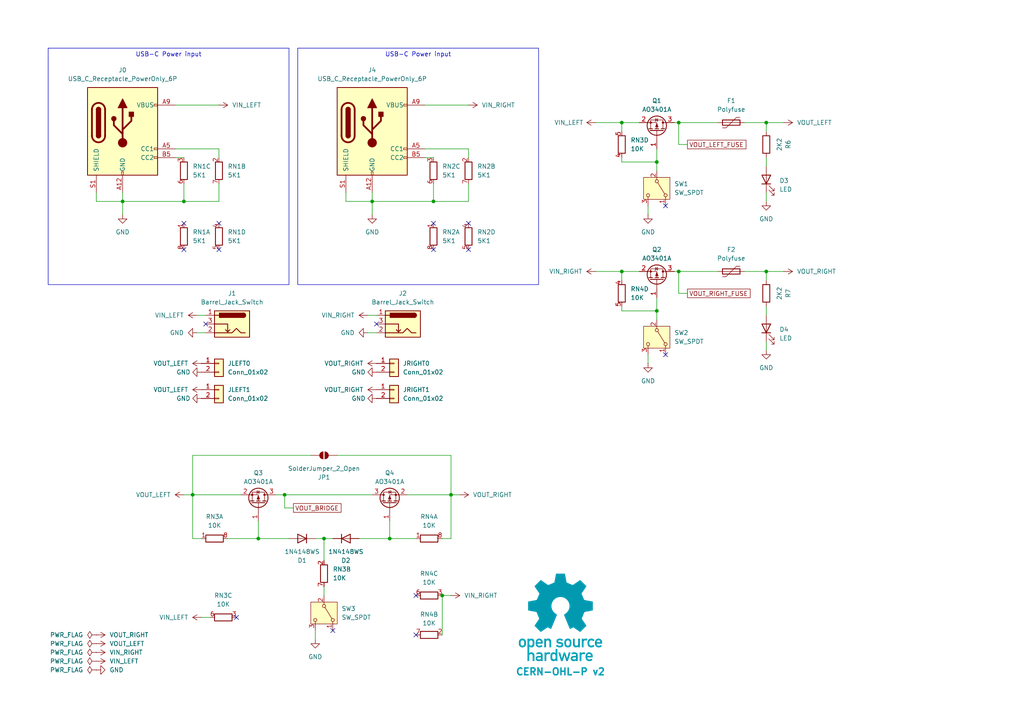
<source format=kicad_sch>
(kicad_sch (version 20231120) (generator "eeschema") (generator_version "8.0")
  (paper "A4")
  (lib_symbols
    (symbol "Connector:Barrel_Jack_Switch" (pin_names hide)
      (property "Reference" "J" (at 0 5.334 0))
      (property "Value" "Barrel_Jack_Switch" (at 0 -5.08 0))
      (symbol "Barrel_Jack_Switch_0_1"
        (rectangle (start -5.08 3.81) (end 5.08 -3.81) (stroke (width 0.254)) (fill (type background)))
        (arc (start -3.302 3.175) (mid -3.9343 2.54) (end -3.302 1.905) (stroke (width 0.254)))
        (arc (start -3.302 3.175) (mid -3.9343 2.54) (end -3.302 1.905) (stroke (width 0.254)) (fill (type outline)))
        (polyline (pts (xy 1.27 -2.286) (xy 1.905 -1.651)) (stroke (width 0.254)))
        (polyline (pts (xy 5.08 2.54) (xy 3.81 2.54)) (stroke (width 0.254)))
        (polyline (pts (xy 5.08 0) (xy 1.27 0) (xy 1.27 -2.286) (xy 0.635 -1.651)) (stroke (width 0.254)))
        (polyline (pts (xy -3.81 -2.54) (xy -2.54 -2.54) (xy -1.27 -1.27) (xy 0 -2.54) (xy 2.54 -2.54) (xy 5.08 -2.54)) (stroke (width 0.254)))
        (rectangle (start 3.683 3.175) (end -3.302 1.905) (stroke (width 0.254)) (fill (type outline)))
      )
      (symbol "Barrel_Jack_Switch_1_1"
        (pin passive line (at 7.62 2.54 180) (length 2.54) (name "~") (number "1"))
        (pin passive line (at 7.62 -2.54 180) (length 2.54) (name "~") (number "2"))
        (pin passive line (at 7.62 0 180) (length 2.54) (name "~") (number "3"))
      )
    )
    (symbol "Connector:USB_C_Receptacle_PowerOnly_6P" (pin_names (offset 1.016))
      (property "Reference" "J" (at 0 16.51 0))
      (property "Value" "USB_C_Receptacle_PowerOnly_6P" (at 0 13.97 0))
      (symbol "USB_C_Receptacle_PowerOnly_6P_0_0"
        (rectangle (start -0.254 -12.7) (end 0.254 -11.684))
        (rectangle (start 10.16 -7.366) (end 9.144 -7.874))
        (rectangle (start 10.16 -4.826) (end 9.144 -5.334))
        (rectangle (start 10.16 7.874) (end 9.144 7.366))
      )
      (symbol "USB_C_Receptacle_PowerOnly_6P_0_1"
        (rectangle (start -10.16 12.7) (end 10.16 -12.7) (stroke (width 0.254)) (fill (type background)))
        (arc (start -8.89 -1.27) (mid -6.985 -3.1667) (end -5.08 -1.27) (stroke (width 0.508)))
        (arc (start -7.62 -1.27) (mid -6.985 -1.9023) (end -6.35 -1.27) (stroke (width 0.254)))
        (arc (start -7.62 -1.27) (mid -6.985 -1.9023) (end -6.35 -1.27) (stroke (width 0.254)) (fill (type outline)))
        (rectangle (start -7.62 -1.27) (end -6.35 6.35) (stroke (width 0.254)) (fill (type outline)))
        (arc (start -6.35 6.35) (mid -6.985 6.9823) (end -7.62 6.35) (stroke (width 0.254)))
        (arc (start -6.35 6.35) (mid -6.985 6.9823) (end -7.62 6.35) (stroke (width 0.254)) (fill (type outline)))
        (arc (start -5.08 6.35) (mid -6.985 8.2467) (end -8.89 6.35) (stroke (width 0.508)))
        (circle (center -2.54 3.683) (radius 0.635) (stroke (width 0.254)) (fill (type outline)))
        (circle (center 0 -3.302) (radius 1.27) (fill (type outline)))
        (polyline (pts (xy -8.89 -1.27) (xy -8.89 6.35)) (stroke (width 0.508)))
        (polyline (pts (xy -5.08 6.35) (xy -5.08 -1.27)) (stroke (width 0.508)))
        (polyline (pts (xy 0 -3.302) (xy 0 6.858)) (stroke (width 0.508)))
        (polyline (pts (xy 0 -0.762) (xy -2.54 1.778) (xy -2.54 3.048)) (stroke (width 0.508)))
        (polyline (pts (xy 0 0.508) (xy 2.54 3.048) (xy 2.54 4.318)) (stroke (width 0.508)))
        (polyline (pts (xy -1.27 6.858) (xy 0 9.398) (xy 1.27 6.858) (xy -1.27 6.858)) (stroke (width 0.254)) (fill (type outline)))
        (rectangle (start 1.905 4.318) (end 3.175 5.588) (stroke (width 0.254)) (fill (type outline)))
      )
      (symbol "USB_C_Receptacle_PowerOnly_6P_1_1"
        (pin passive line (at 0 -17.78 90) (length 5.08) (name "GND") (number "A12"))
        (pin bidirectional line (at 15.24 -5.08 180) (length 5.08) (name "CC1") (number "A5"))
        (pin passive line (at 15.24 7.62 180) (length 5.08) (name "VBUS") (number "A9"))
        (pin passive line (at 0 -17.78 90) (length 5.08) hide (name "GND") (number "B12"))
        (pin bidirectional line (at 15.24 -7.62 180) (length 5.08) (name "CC2") (number "B5"))
        (pin passive line (at 15.24 7.62 180) (length 5.08) hide (name "VBUS") (number "B9"))
        (pin passive line (at -7.62 -17.78 90) (length 5.08) (name "SHIELD") (number "S1"))
      )
    )
    (symbol "Connector_Generic:Conn_01x02" (pin_names (offset 1.016) hide)
      (property "Reference" "J" (at 0 2.54 0))
      (property "Value" "Conn_01x02" (at 0 -5.08 0))
      (symbol "Conn_01x02_1_1"
        (rectangle (start -1.27 -2.413) (end 0 -2.667) (stroke (width 0.1524)))
        (rectangle (start -1.27 0.127) (end 0 -0.127) (stroke (width 0.1524)))
        (rectangle (start -1.27 1.27) (end 1.27 -3.81) (stroke (width 0.254)) (fill (type background)))
        (pin passive line (at -5.08 0 0) (length 3.81) (name "Pin_1") (number "1"))
        (pin passive line (at -5.08 -2.54 0) (length 3.81) (name "Pin_2") (number "2"))
      )
    )
    (symbol "Device:LED" (pin_numbers hide) (pin_names (offset 1.016) hide)
      (property "Reference" "D" (at 0 2.54 0))
      (property "Value" "LED" (at 0 -2.54 0))
      (symbol "LED_0_1"
        (polyline (pts (xy -1.27 -1.27) (xy -1.27 1.27)) (stroke (width 0.254)))
        (polyline (pts (xy -1.27 0) (xy 1.27 0)))
        (polyline (pts (xy 1.27 -1.27) (xy 1.27 1.27) (xy -1.27 0) (xy 1.27 -1.27)) (stroke (width 0.254)))
        (polyline (pts (xy -3.048 -0.762) (xy -4.572 -2.286) (xy -3.81 -2.286) (xy -4.572 -2.286) (xy -4.572 -1.524)))
        (polyline (pts (xy -1.778 -0.762) (xy -3.302 -2.286) (xy -2.54 -2.286) (xy -3.302 -2.286) (xy -3.302 -1.524)))
      )
      (symbol "LED_1_1"
        (pin passive line (at -3.81 0 0) (length 2.54) (name "K") (number "1"))
        (pin passive line (at 3.81 0 180) (length 2.54) (name "A") (number "2"))
      )
    )
    (symbol "Device:Polyfuse" (pin_numbers hide) (pin_names (offset 0))
      (property "Reference" "F" (at -2.54 0 90))
      (property "Value" "Polyfuse" (at 2.54 0 90))
      (symbol "Polyfuse_0_1"
        (rectangle (start -0.762 2.54) (end 0.762 -2.54) (stroke (width 0.254)))
        (polyline (pts (xy 0 2.54) (xy 0 -2.54)))
        (polyline (pts (xy -1.524 2.54) (xy -1.524 1.524) (xy 1.524 -1.524) (xy 1.524 -2.54)))
      )
      (symbol "Polyfuse_1_1"
        (pin passive line (at 0 3.81 270) (length 1.27) (name "~") (number "1"))
        (pin passive line (at 0 -3.81 90) (length 1.27) (name "~") (number "2"))
      )
    )
    (symbol "Device:R" (pin_numbers hide) (pin_names (offset 0))
      (property "Reference" "R" (at 2.032 0 90))
      (property "Value" "R" (at 0 0 90))
      (symbol "R_0_1"
        (rectangle (start -1.016 -2.54) (end 1.016 2.54) (stroke (width 0.254)))
      )
      (symbol "R_1_1"
        (pin passive line (at 0 3.81 270) (length 1.27) (name "~") (number "1"))
        (pin passive line (at 0 -3.81 90) (length 1.27) (name "~") (number "2"))
      )
    )
    (symbol "Device:R_Pack04_Split" (pin_names (offset 0) hide)
      (property "Reference" "RN" (at 2.032 0 90))
      (property "Value" "R_Pack04_Split" (at 0 0 90))
      (symbol "R_Pack04_Split_0_1"
        (rectangle (start 1.016 2.54) (end -1.016 -2.54) (stroke (width 0.254)))
      )
      (symbol "R_Pack04_Split_1_1"
        (pin passive line (at 0 -3.81 90) (length 1.27) (name "R1.1") (number "1"))
        (pin passive line (at 0 3.81 270) (length 1.27) (name "R1.2") (number "8"))
      )
      (symbol "R_Pack04_Split_2_1"
        (pin passive line (at 0 -3.81 90) (length 1.27) (name "R2.1") (number "2"))
        (pin passive line (at 0 3.81 270) (length 1.27) (name "R2.2") (number "7"))
      )
      (symbol "R_Pack04_Split_3_1"
        (pin passive line (at 0 -3.81 90) (length 1.27) (name "R3.1") (number "3"))
        (pin passive line (at 0 3.81 270) (length 1.27) (name "R3.2") (number "6"))
      )
      (symbol "R_Pack04_Split_4_1"
        (pin passive line (at 0 -3.81 90) (length 1.27) (name "R4.1") (number "4"))
        (pin passive line (at 0 3.81 270) (length 1.27) (name "R4.2") (number "5"))
      )
    )
    (symbol "Diode:1N4148WS" (pin_numbers hide) (pin_names hide)
      (property "Reference" "D" (at 0 2.54 0))
      (property "Value" "1N4148WS" (at 0 -2.54 0))
      (symbol "1N4148WS_0_1"
        (polyline (pts (xy -1.27 1.27) (xy -1.27 -1.27)) (stroke (width 0.254)))
        (polyline (pts (xy 1.27 0) (xy -1.27 0)))
        (polyline (pts (xy 1.27 1.27) (xy 1.27 -1.27) (xy -1.27 0) (xy 1.27 1.27)) (stroke (width 0.254)))
      )
      (symbol "1N4148WS_1_1"
        (pin passive line (at -3.81 0 0) (length 2.54) (name "K") (number "1"))
        (pin passive line (at 3.81 0 180) (length 2.54) (name "A") (number "2"))
      )
    )
    (symbol "Jumper:SolderJumper_2_Open" (pin_numbers hide) (pin_names (offset 0) hide) (exclude_from_sim yes) (in_bom no)
      (property "Reference" "JP" (at 0 2.032 0))
      (property "Value" "SolderJumper_2_Open" (at 0 -2.54 0))
      (symbol "SolderJumper_2_Open_0_1"
        (arc (start -0.254 1.016) (mid -1.2656 0) (end -0.254 -1.016))
        (arc (start -0.254 1.016) (mid -1.2656 0) (end -0.254 -1.016) (fill (type outline)))
        (polyline (pts (xy -0.254 1.016) (xy -0.254 -1.016)))
        (polyline (pts (xy 0.254 1.016) (xy 0.254 -1.016)))
        (arc (start 0.254 -1.016) (mid 1.2656 0) (end 0.254 1.016))
        (arc (start 0.254 -1.016) (mid 1.2656 0) (end 0.254 1.016) (fill (type outline)))
      )
      (symbol "SolderJumper_2_Open_1_1"
        (pin passive line (at -3.81 0 0) (length 2.54) (name "A") (number "1"))
        (pin passive line (at 3.81 0 180) (length 2.54) (name "B") (number "2"))
      )
    )
    (symbol "Switch:SW_SPDT" (pin_names (offset 0) hide)
      (property "Reference" "SW" (at 0 5.08 0))
      (property "Value" "SW_SPDT" (at 0 -5.08 0))
      (symbol "SW_SPDT_0_1"
        (circle (center -2.032 0) (radius 0.4572))
        (polyline (pts (xy -1.651 0.254) (xy 1.651 2.286)))
        (circle (center 2.032 -2.54) (radius 0.4572))
        (circle (center 2.032 2.54) (radius 0.4572))
      )
      (symbol "SW_SPDT_1_1"
        (rectangle (start -3.175 3.81) (end 3.175 -3.81) (fill (type background)))
        (pin passive line (at 5.08 2.54 180) (length 2.54) (name "A") (number "1"))
        (pin passive line (at -5.08 0 0) (length 2.54) (name "B") (number "2"))
        (pin passive line (at 5.08 -2.54 180) (length 2.54) (name "C") (number "3"))
      )
    )
    (symbol "Transistor_FET:AO3401A" (pin_names hide)
      (property "Reference" "Q" (at 5.08 1.905 0))
      (property "Value" "AO3401A" (at 5.08 0 0))
      (symbol "AO3401A_0_1"
        (polyline (pts (xy 0.254 0) (xy -2.54 0)))
        (polyline (pts (xy 0.254 1.905) (xy 0.254 -1.905)) (stroke (width 0.254)))
        (polyline (pts (xy 0.762 -1.27) (xy 0.762 -2.286)) (stroke (width 0.254)))
        (polyline (pts (xy 0.762 0.508) (xy 0.762 -0.508)) (stroke (width 0.254)))
        (polyline (pts (xy 0.762 2.286) (xy 0.762 1.27)) (stroke (width 0.254)))
        (polyline (pts (xy 2.54 2.54) (xy 2.54 1.778)))
        (polyline (pts (xy 2.54 -2.54) (xy 2.54 0) (xy 0.762 0)))
        (polyline (pts (xy 0.762 1.778) (xy 3.302 1.778) (xy 3.302 -1.778) (xy 0.762 -1.778)))
        (polyline (pts (xy 2.286 0) (xy 1.27 0.381) (xy 1.27 -0.381) (xy 2.286 0)) (fill (type outline)))
        (polyline (pts (xy 2.794 -0.508) (xy 2.921 -0.381) (xy 3.683 -0.381) (xy 3.81 -0.254)))
        (polyline (pts (xy 3.302 -0.381) (xy 2.921 0.254) (xy 3.683 0.254) (xy 3.302 -0.381)))
        (circle (center 1.651 0) (radius 2.794) (stroke (width 0.254)))
        (circle (center 2.54 -1.778) (radius 0.254) (fill (type outline)))
        (circle (center 2.54 1.778) (radius 0.254) (fill (type outline)))
      )
      (symbol "AO3401A_1_1"
        (pin input line (at -5.08 0 0) (length 2.54) (name "G") (number "1"))
        (pin passive line (at 2.54 -5.08 90) (length 2.54) (name "S") (number "2"))
        (pin passive line (at 2.54 5.08 270) (length 2.54) (name "D") (number "3"))
      )
    )
    (symbol "power:GND" (power) (pin_numbers hide) (pin_names (offset 0) hide)
      (property "Value" "GND" (at 0 -3.81 0))
      (symbol "GND_0_1"
        (polyline (pts (xy 0 0) (xy 0 -1.27) (xy 1.27 -1.27) (xy 0 -2.54) (xy -1.27 -1.27) (xy 0 -1.27)))
      )
      (symbol "GND_1_1"
        (pin power_in line (at 0 0 270) (length 0) (name "~") (number "1"))
      )
    )
    (symbol "power:PWR_FLAG" (power) (pin_numbers hide) (pin_names (offset 0) hide)
      (property "Value" "PWR_FLAG" (at 0 3.81 0))
      (symbol "PWR_FLAG_0_0"
        (pin power_out line (at 0 0 90) (length 0) (name "~") (number "1"))
      )
      (symbol "PWR_FLAG_0_1"
        (polyline (pts (xy 0 0) (xy 0 1.27) (xy -1.016 1.905) (xy 0 2.54) (xy 1.016 1.905) (xy 0 1.27)))
      )
    )
    (symbol "power:VCC" (power) (pin_numbers hide) (pin_names (offset 0) hide)
      (property "Value" "VCC" (at 0 3.556 0))
      (symbol "VCC_0_1"
        (polyline (pts (xy -0.762 1.27) (xy 0 2.54)))
        (polyline (pts (xy 0 0) (xy 0 2.54)))
        (polyline (pts (xy 0 2.54) (xy 0.762 1.27)))
      )
      (symbol "VCC_1_1"
        (pin power_in line (at 0 0 90) (length 0) (name "~") (number "1"))
      )
    )
  )
  (junction (at 55.88 143.51))
  (junction (at 130.81 143.51))
  (junction (at 128.27 172.72))
  (junction (at 222.25 35.56))
  (junction (at 82.55 143.51))
  (junction (at 125.73 58.42))
  (junction (at 107.95 58.42))
  (junction (at 93.98 156.21))
  (junction (at 190.5 90.17))
  (junction (at 180.34 78.74))
  (junction (at 35.56 58.42))
  (junction (at 222.25 78.74))
  (junction (at 196.85 35.56))
  (junction (at 74.93 156.21))
  (junction (at 180.34 35.56))
  (junction (at 113.03 156.21))
  (junction (at 196.85 78.74))
  (junction (at 53.34 58.42))
  (junction (at 190.5 46.99))
  (no_connect (at 135.89 64.77))
  (no_connect (at 53.34 64.77))
  (no_connect (at 125.73 72.39))
  (no_connect (at 120.65 184.15))
  (no_connect (at 59.69 93.98))
  (no_connect (at 63.5 72.39))
  (no_connect (at 193.04 59.69))
  (no_connect (at 96.52 182.88))
  (no_connect (at 68.58 179.07))
  (no_connect (at 53.34 72.39))
  (no_connect (at 120.65 172.72))
  (no_connect (at 125.73 64.77))
  (no_connect (at 63.5 64.77))
  (no_connect (at 135.89 72.39))
  (no_connect (at 109.22 93.98))
  (no_connect (at 193.04 102.87))
  (wire (pts (xy 125.73 53.34) (xy 125.73 58.42)))
  (wire (pts (xy 128.27 172.72) (xy 130.81 172.72)))
  (wire (pts (xy 190.5 90.17) (xy 190.5 86.36)))
  (wire (pts (xy 107.95 55.88) (xy 107.95 58.42)))
  (wire (pts (xy 190.5 46.99) (xy 190.5 49.53)))
  (wire (pts (xy 80.01 143.51) (xy 82.55 143.51)))
  (wire (pts (xy 172.72 35.56) (xy 180.34 35.56)))
  (wire (pts (xy 97.79 132.08) (xy 130.81 132.08)))
  (wire (pts (xy 180.34 46.99) (xy 190.5 46.99)))
  (wire (pts (xy 222.25 45.72) (xy 222.25 48.26)))
  (wire (pts (xy 187.96 102.87) (xy 187.96 105.41)))
  (wire (pts (xy 35.56 58.42) (xy 35.56 62.23)))
  (wire (pts (xy 196.85 35.56) (xy 196.85 41.91)))
  (wire (pts (xy 57.15 96.52) (xy 59.69 96.52)))
  (wire (pts (xy 100.33 55.88) (xy 100.33 58.42)))
  (wire (pts (xy 55.88 132.08) (xy 55.88 143.51)))
  (wire (pts (xy 50.8 30.48) (xy 63.5 30.48)))
  (wire (pts (xy 55.88 143.51) (xy 69.85 143.51)))
  (wire (pts (xy 123.19 43.18) (xy 135.89 43.18)))
  (wire (pts (xy 123.19 45.72) (xy 125.73 45.72)))
  (wire (pts (xy 93.98 156.21) (xy 96.52 156.21)))
  (wire (pts (xy 199.39 85.09) (xy 196.85 85.09)))
  (wire (pts (xy 106.68 91.44) (xy 109.22 91.44)))
  (wire (pts (xy 57.15 91.44) (xy 59.69 91.44)))
  (wire (pts (xy 123.19 30.48) (xy 135.89 30.48)))
  (wire (pts (xy 100.33 58.42) (xy 107.95 58.42)))
  (wire (pts (xy 195.58 78.74) (xy 196.85 78.74)))
  (wire (pts (xy 215.9 78.74) (xy 222.25 78.74)))
  (wire (pts (xy 222.25 99.06) (xy 222.25 101.6)))
  (wire (pts (xy 27.94 58.42) (xy 35.56 58.42)))
  (wire (pts (xy 63.5 53.34) (xy 63.5 58.42)))
  (wire (pts (xy 196.85 35.56) (xy 208.28 35.56)))
  (wire (pts (xy 63.5 43.18) (xy 63.5 45.72)))
  (wire (pts (xy 113.03 156.21) (xy 120.65 156.21)))
  (wire (pts (xy 180.34 88.9) (xy 180.34 90.17)))
  (wire (pts (xy 180.34 45.72) (xy 180.34 46.99)))
  (wire (pts (xy 172.72 78.74) (xy 180.34 78.74)))
  (wire (pts (xy 130.81 132.08) (xy 130.81 143.51)))
  (wire (pts (xy 74.93 156.21) (xy 83.82 156.21)))
  (wire (pts (xy 55.88 143.51) (xy 55.88 156.21)))
  (wire (pts (xy 196.85 78.74) (xy 208.28 78.74)))
  (wire (pts (xy 74.93 151.13) (xy 74.93 156.21)))
  (wire (pts (xy 135.89 43.18) (xy 135.89 45.72)))
  (wire (pts (xy 180.34 38.1) (xy 180.34 35.56)))
  (wire (pts (xy 53.34 53.34) (xy 53.34 58.42)))
  (wire (pts (xy 196.85 78.74) (xy 196.85 85.09)))
  (wire (pts (xy 130.81 143.51) (xy 118.11 143.51)))
  (wire (pts (xy 180.34 78.74) (xy 185.42 78.74)))
  (wire (pts (xy 222.25 35.56) (xy 222.25 38.1)))
  (wire (pts (xy 50.8 45.72) (xy 53.34 45.72)))
  (wire (pts (xy 128.27 156.21) (xy 130.81 156.21)))
  (wire (pts (xy 90.17 132.08) (xy 55.88 132.08)))
  (wire (pts (xy 66.04 156.21) (xy 74.93 156.21)))
  (wire (pts (xy 58.42 156.21) (xy 55.88 156.21)))
  (wire (pts (xy 135.89 58.42) (xy 125.73 58.42)))
  (wire (pts (xy 180.34 81.28) (xy 180.34 78.74)))
  (wire (pts (xy 180.34 35.56) (xy 185.42 35.56)))
  (wire (pts (xy 135.89 53.34) (xy 135.89 58.42)))
  (wire (pts (xy 85.09 147.32) (xy 82.55 147.32)))
  (wire (pts (xy 58.42 179.07) (xy 60.96 179.07)))
  (wire (pts (xy 130.81 143.51) (xy 130.81 156.21)))
  (wire (pts (xy 222.25 55.88) (xy 222.25 58.42)))
  (wire (pts (xy 190.5 90.17) (xy 190.5 92.71)))
  (wire (pts (xy 222.25 78.74) (xy 227.33 78.74)))
  (wire (pts (xy 93.98 156.21) (xy 91.44 156.21)))
  (wire (pts (xy 82.55 147.32) (xy 82.55 143.51)))
  (wire (pts (xy 93.98 156.21) (xy 93.98 162.56)))
  (wire (pts (xy 125.73 58.42) (xy 107.95 58.42)))
  (wire (pts (xy 50.8 43.18) (xy 63.5 43.18)))
  (wire (pts (xy 53.34 58.42) (xy 35.56 58.42)))
  (wire (pts (xy 195.58 35.56) (xy 196.85 35.56)))
  (wire (pts (xy 53.34 143.51) (xy 55.88 143.51)))
  (wire (pts (xy 133.35 143.51) (xy 130.81 143.51)))
  (wire (pts (xy 187.96 59.69) (xy 187.96 62.23)))
  (wire (pts (xy 190.5 46.99) (xy 190.5 43.18)))
  (wire (pts (xy 222.25 81.28) (xy 222.25 78.74)))
  (wire (pts (xy 180.34 90.17) (xy 190.5 90.17)))
  (wire (pts (xy 63.5 58.42) (xy 53.34 58.42)))
  (wire (pts (xy 82.55 143.51) (xy 107.95 143.51)))
  (wire (pts (xy 35.56 55.88) (xy 35.56 58.42)))
  (wire (pts (xy 93.98 170.18) (xy 93.98 172.72)))
  (wire (pts (xy 222.25 35.56) (xy 227.33 35.56)))
  (wire (pts (xy 222.25 88.9) (xy 222.25 91.44)))
  (wire (pts (xy 104.14 156.21) (xy 113.03 156.21)))
  (wire (pts (xy 107.95 58.42) (xy 107.95 62.23)))
  (wire (pts (xy 199.39 41.91) (xy 196.85 41.91)))
  (wire (pts (xy 215.9 35.56) (xy 222.25 35.56)))
  (wire (pts (xy 91.44 182.88) (xy 91.44 185.42)))
  (wire (pts (xy 128.27 172.72) (xy 128.27 184.15)))
  (wire (pts (xy 106.68 96.52) (xy 109.22 96.52)))
  (wire (pts (xy 113.03 151.13) (xy 113.03 156.21)))
  (wire (pts (xy 27.94 55.88) (xy 27.94 58.42)))
  (image (at 162.56 179.07) (scale 0.37481))
  (text_box "USB-C Power input" (at 13.97 13.97 0) (size 69.85 68.58) (effects (font (size 1.27 1.27)) (justify top)))
  (text_box "USB-C Power input" (at 86.36 13.97 0) (size 69.85 68.58) (effects (font (size 1.27 1.27)) (justify top)))
  (text "CERN-OHL-P v2" (at 162.56 195.072 0) (effects (font (size 2 2) (thickness 0.4) (bold yes))))
  (global_label "VOUT_BRIDGE" (shape passive) (at 85.09 147.32 0) (property "Intersheetrefs" "${INTERSHEET_REFS}" (effects (hide yes))))
  (global_label "VOUT_LEFT_FUSE" (shape passive) (at 199.39 41.91 0) (property "Intersheetrefs" "${INTERSHEET_REFS}" (effects (hide yes))))
  (global_label "VOUT_RIGHT_FUSE" (shape passive) (at 199.39 85.09 0) (property "Intersheetrefs" "${INTERSHEET_REFS}" (effects (hide yes))))
  (symbol (lib_id "Diode:1N4148WS") (at 100.33 156.21 0) (mirror x) (unit 1)
    (property "Reference" "D2" (at 100.33 162.56 0))
    (property "Value" "1N4148WS" (at 100.33 160.02 0))
    (property "Footprint" "custom:D_SOD-323_HandSoldering_simple" (effects (hide yes)))
    (property "Datasheet" "https://www.vishay.com/docs/85751/1n4148ws.pdf" (effects (hide yes)))
    (property "Description" "75V 0.15A Fast switching Diode, SOD-323" (effects (hide yes)))
    (property "Sim.Device" "D" (effects (hide yes)))
    (property "Sim.Pins" "1=K 2=A" (effects (hide yes)))
  )
  (symbol (lib_id "power:PWR_FLAG") (at 27.94 186.69 90) (unit 1)
    (property "Reference" "#FLG03" (effects (hide yes)))
    (property "Value" "PWR_FLAG" (at 24.13 186.6899 90) (effects (justify left)))
    (property "Description" "Special symbol for telling ERC where power comes from" (effects (hide yes)))
  )
  (symbol (lib_id "power:VCC") (at 63.5 30.48 270) (unit 1)
    (property "Reference" "#PWR027" (effects (hide yes)))
    (property "Value" "VIN_LEFT" (at 67.31 30.4799 90) (effects (justify left)))
    (property "Description" "Power symbol creates a global label with name \"VCC\"" (effects (hide yes)))
  )
  (symbol (lib_id "Transistor_FET:AO3401A") (at 190.5 81.28 270) (mirror x) (unit 1)
    (property "Reference" "Q2" (at 190.5 72.39 90))
    (property "Value" "AO3401A" (at 190.5 74.93 90))
    (property "Footprint" "Package_TO_SOT_SMD:SOT-23" (effects (hide yes)))
    (property "Datasheet" "http://www.aosmd.com/pdfs/datasheet/AO3401A.pdf" (effects (hide yes)))
    (property "Description" "-4.0A Id, -30V Vds, P-Channel MOSFET, SOT-23" (effects (hide yes)))
    (property "LCSC Part" "C15127" (effects (hide yes)))
    (property "JLCPCB_CORRECTION" "0; 0; 180" (effects (hide yes)))
  )
  (symbol (lib_id "Switch:SW_SPDT") (at 93.98 177.8 270) (unit 1)
    (property "Reference" "SW3" (at 99.06 176.5299 90) (effects (justify left)))
    (property "Value" "SW_SPDT" (at 99.06 179.0699 90) (effects (justify left)))
    (property "Footprint" "lcsc:SW-SMD_3P-P1.50_L2.7-W6.6" (effects (hide yes)))
    (property "Description" "Switch, single pole double throw" (effects (hide yes)))
    (property "LCSC Part" "C2998803" (effects (hide yes)))
  )
  (symbol (lib_id "power:VCC") (at 58.42 105.41 90) (unit 1)
    (property "Reference" "#PWR07" (effects (hide yes)))
    (property "Value" "VOUT_LEFT" (at 54.61 105.4099 90) (effects (justify left)))
    (property "Description" "Power symbol creates a global label with name \"VCC\"" (effects (hide yes)))
  )
  (symbol (lib_id "Connector_Generic:Conn_01x02") (at 114.3 113.03 0) (unit 1)
    (property "Reference" "JRIGHT1" (at 116.84 113.0299 0) (effects (justify left)))
    (property "Value" "Conn_01x02" (at 116.84 115.5699 0) (effects (justify left)))
    (property "Footprint" "custom:PinHeader_1x02_P2.54mm_Vertical_simple_pad2gnd" (effects (hide yes)))
    (property "Description" "Generic connector, single row, 01x02, script generated (kicad-library-utils/schlib/autogen/connector/)" (effects (hide yes)))
  )
  (symbol (lib_id "Device:R_Pack04_Split") (at 62.23 156.21 270) (unit 1)
    (property "Reference" "RN3" (at 62.23 149.86 90))
    (property "Value" "10K" (at 62.23 152.4 90))
    (property "Footprint" "Resistor_SMD:R_Array_Convex_4x0603" (effects (hide yes)))
    (property "Description" "4 resistor network, parallel topology, split" (effects (hide yes)))
  )
  (symbol (lib_id "power:GND") (at 91.44 185.42 0) (unit 1)
    (property "Reference" "#PWR034" (effects (hide yes)))
    (property "Value" "GND" (at 91.44 190.5 0))
    (property "Description" "Power symbol creates a global label with name \"GND\" , ground" (effects (hide yes)))
  )
  (symbol (lib_id "power:GND") (at 58.42 115.57 270) (unit 1)
    (property "Reference" "#PWR010" (effects (hide yes)))
    (property "Value" "GND" (at 55.2429 115.5699 90) (effects (justify right)))
    (property "Description" "Power symbol creates a global label with name \"GND\" , ground" (effects (hide yes)))
  )
  (symbol (lib_id "power:VCC") (at 58.42 113.03 90) (unit 1)
    (property "Reference" "#PWR09" (effects (hide yes)))
    (property "Value" "VOUT_LEFT" (at 54.61 113.0299 90) (effects (justify left)))
    (property "Description" "Power symbol creates a global label with name \"VCC\"" (effects (hide yes)))
  )
  (symbol (lib_id "Connector_Generic:Conn_01x02") (at 114.3 105.41 0) (unit 1)
    (property "Reference" "JRIGHT0" (at 116.84 105.4099 0) (effects (justify left)))
    (property "Value" "Conn_01x02" (at 116.84 107.9499 0) (effects (justify left)))
    (property "Footprint" "custom:PinHeader_1x02_P2.54mm_Vertical_simple_pad2gnd" (effects (hide yes)))
    (property "Description" "Generic connector, single row, 01x02, script generated (kicad-library-utils/schlib/autogen/connector/)" (effects (hide yes)))
  )
  (symbol (lib_id "power:PWR_FLAG") (at 27.94 184.15 90) (unit 1)
    (property "Reference" "#FLG04" (effects (hide yes)))
    (property "Value" "PWR_FLAG" (at 24.13 184.1499 90) (effects (justify left)))
    (property "Description" "Special symbol for telling ERC where power comes from" (effects (hide yes)))
  )
  (symbol (lib_id "Connector_Generic:Conn_01x02") (at 63.5 105.41 0) (unit 1)
    (property "Reference" "JLEFT0" (at 66.04 105.4099 0) (effects (justify left)))
    (property "Value" "Conn_01x02" (at 66.04 107.9499 0) (effects (justify left)))
    (property "Footprint" "custom:PinHeader_1x02_P2.54mm_Vertical_simple_pad2gnd" (effects (hide yes)))
    (property "Description" "Generic connector, single row, 01x02, script generated (kicad-library-utils/schlib/autogen/connector/)" (effects (hide yes)))
  )
  (symbol (lib_id "power:VCC") (at 172.72 78.74 90) (unit 1)
    (property "Reference" "#PWR020" (effects (hide yes)))
    (property "Value" "VIN_RIGHT" (at 168.91 78.7399 90) (effects (justify left)))
    (property "Description" "Power symbol creates a global label with name \"VCC\"" (effects (hide yes)))
  )
  (symbol (lib_id "Connector_Generic:Conn_01x02") (at 63.5 113.03 0) (unit 1)
    (property "Reference" "JLEFT1" (at 66.04 113.0299 0) (effects (justify left)))
    (property "Value" "Conn_01x02" (at 66.04 115.5699 0) (effects (justify left)))
    (property "Footprint" "custom:PinHeader_1x02_P2.54mm_Vertical_simple_pad2gnd" (effects (hide yes)))
    (property "Description" "Generic connector, single row, 01x02, script generated (kicad-library-utils/schlib/autogen/connector/)" (effects (hide yes)))
  )
  (symbol (lib_id "Device:R_Pack04_Split") (at 135.89 49.53 180) (unit 2)
    (property "Reference" "RN2" (at 138.43 48.2599 0) (effects (justify right)))
    (property "Value" "5K1" (at 138.43 50.7999 0) (effects (justify right)))
    (property "Footprint" "Resistor_SMD:R_Array_Convex_4x0603" (effects (hide yes)))
    (property "Description" "4 resistor network, parallel topology, split" (effects (hide yes)))
  )
  (symbol (lib_id "power:VCC") (at 227.33 35.56 270) (unit 1)
    (property "Reference" "#PWR021" (effects (hide yes)))
    (property "Value" "VOUT_LEFT" (at 231.14 35.5599 90) (effects (justify left)))
    (property "Description" "Power symbol creates a global label with name \"VCC\"" (effects (hide yes)))
  )
  (symbol (lib_id "power:GND") (at 107.95 62.23 0) (unit 1)
    (property "Reference" "#PWR017" (effects (hide yes)))
    (property "Value" "GND" (at 107.95 67.31 0))
    (property "Description" "Power symbol creates a global label with name \"GND\" , ground" (effects (hide yes)))
  )
  (symbol (lib_id "Device:R_Pack04_Split") (at 63.5 49.53 180) (unit 2)
    (property "Reference" "RN1" (at 66.04 48.2599 0) (effects (justify right)))
    (property "Value" "5K1" (at 66.04 50.7999 0) (effects (justify right)))
    (property "Footprint" "Resistor_SMD:R_Array_Convex_4x0603" (effects (hide yes)))
    (property "Description" "4 resistor network, parallel topology, split" (effects (hide yes)))
  )
  (symbol (lib_id "power:GND") (at 187.96 105.41 0) (unit 1)
    (property "Reference" "#PWR023" (effects (hide yes)))
    (property "Value" "GND" (at 187.96 110.49 0))
    (property "Description" "Power symbol creates a global label with name \"GND\" , ground" (effects (hide yes)))
  )
  (symbol (lib_id "Device:R_Pack04_Split") (at 64.77 179.07 90) (unit 3)
    (property "Reference" "RN3" (at 64.77 172.72 90))
    (property "Value" "10K" (at 64.77 175.26 90))
    (property "Footprint" "Resistor_SMD:R_Array_Convex_4x0603" (effects (hide yes)))
    (property "Description" "4 resistor network, parallel topology, split" (effects (hide yes)))
  )
  (symbol (lib_id "power:VCC") (at 27.94 191.77 270) (unit 1)
    (property "Reference" "#PWR01" (effects (hide yes)))
    (property "Value" "VIN_LEFT" (at 31.75 191.7699 90) (effects (justify left)))
    (property "Description" "Power symbol creates a global label with name \"VCC\"" (effects (hide yes)))
  )
  (symbol (lib_id "power:VCC") (at 172.72 35.56 90) (unit 1)
    (property "Reference" "#PWR029" (effects (hide yes)))
    (property "Value" "VIN_LEFT" (at 169.2008 35.5599 90) (effects (justify left)))
    (property "Description" "Power symbol creates a global label with name \"VCC\"" (effects (hide yes)))
  )
  (symbol (lib_id "Device:R") (at 222.25 85.09 0) (mirror y) (unit 1)
    (property "Reference" "R7" (at 228.6 85.09 90))
    (property "Value" "2K2" (at 226.06 85.09 90))
    (property "Footprint" "Resistor_SMD:R_0805_2012Metric_Pad1.20x1.40mm_HandSolder" (effects (hide yes)))
    (property "Description" "Resistor" (effects (hide yes)))
  )
  (symbol (lib_id "power:GND") (at 58.42 107.95 270) (unit 1)
    (property "Reference" "#PWR08" (effects (hide yes)))
    (property "Value" "GND" (at 55.2429 107.9499 90) (effects (justify right)))
    (property "Description" "Power symbol creates a global label with name \"GND\" , ground" (effects (hide yes)))
  )
  (symbol (lib_id "Device:R_Pack04_Split") (at 124.46 156.21 270) (unit 1)
    (property "Reference" "RN4" (at 124.46 149.86 90))
    (property "Value" "10K" (at 124.46 152.4 90))
    (property "Footprint" "Resistor_SMD:R_Array_Convex_4x0603" (effects (hide yes)))
    (property "Description" "4 resistor network, parallel topology, split" (effects (hide yes)))
  )
  (symbol (lib_id "Device:R_Pack04_Split") (at 125.73 68.58 180) (unit 1)
    (property "Reference" "RN2" (at 128.27 67.3099 0) (effects (justify right)))
    (property "Value" "5K1" (at 128.27 69.8499 0) (effects (justify right)))
    (property "Footprint" "Resistor_SMD:R_Array_Convex_4x0603" (effects (hide yes)))
    (property "Description" "4 resistor network, parallel topology, split" (effects (hide yes)))
  )
  (symbol (lib_id "Transistor_FET:AO3401A") (at 74.93 146.05 270) (mirror x) (unit 1)
    (property "Reference" "Q3" (at 74.93 137.16 90))
    (property "Value" "AO3401A" (at 74.93 139.7 90))
    (property "Footprint" "Package_TO_SOT_SMD:SOT-23" (effects (hide yes)))
    (property "Datasheet" "http://www.aosmd.com/pdfs/datasheet/AO3401A.pdf" (effects (hide yes)))
    (property "Description" "-4.0A Id, -30V Vds, P-Channel MOSFET, SOT-23" (effects (hide yes)))
    (property "LCSC Part" "C15127" (effects (hide yes)))
    (property "JLCPCB_CORRECTION" "0; 0; 180" (effects (hide yes)))
  )
  (symbol (lib_id "Diode:1N4148WS") (at 87.63 156.21 0) (mirror y) (unit 1)
    (property "Reference" "D1" (at 87.63 162.56 0))
    (property "Value" "1N4148WS" (at 87.63 160.02 0))
    (property "Footprint" "custom:D_SOD-323_HandSoldering_simple" (effects (hide yes)))
    (property "Datasheet" "https://www.vishay.com/docs/85751/1n4148ws.pdf" (effects (hide yes)))
    (property "Description" "75V 0.15A Fast switching Diode, SOD-323" (effects (hide yes)))
    (property "Sim.Device" "D" (effects (hide yes)))
    (property "Sim.Pins" "1=K 2=A" (effects (hide yes)))
  )
  (symbol (lib_id "Device:R_Pack04_Split") (at 53.34 49.53 180) (unit 3)
    (property "Reference" "RN1" (at 55.88 48.2599 0) (effects (justify right)))
    (property "Value" "5K1" (at 55.88 50.7999 0) (effects (justify right)))
    (property "Footprint" "Resistor_SMD:R_Array_Convex_4x0603" (effects (hide yes)))
    (property "Description" "4 resistor network, parallel topology, split" (effects (hide yes)))
  )
  (symbol (lib_id "power:VCC") (at 27.94 186.69 270) (unit 1)
    (property "Reference" "#PWR03" (effects (hide yes)))
    (property "Value" "VOUT_LEFT" (at 31.75 186.6899 90) (effects (justify left)))
    (property "Description" "Power symbol creates a global label with name \"VCC\"" (effects (hide yes)))
  )
  (symbol (lib_id "Device:R_Pack04_Split") (at 124.46 172.72 90) (unit 3)
    (property "Reference" "RN4" (at 124.46 166.37 90))
    (property "Value" "10K" (at 124.46 168.91 90))
    (property "Footprint" "Resistor_SMD:R_Array_Convex_4x0603" (effects (hide yes)))
    (property "Description" "4 resistor network, parallel topology, split" (effects (hide yes)))
  )
  (symbol (lib_id "power:GND") (at 222.25 58.42 0) (unit 1)
    (property "Reference" "#PWR035" (effects (hide yes)))
    (property "Value" "GND" (at 222.25 63.5 0))
    (property "Description" "Power symbol creates a global label with name \"GND\" , ground" (effects (hide yes)))
  )
  (symbol (lib_id "Transistor_FET:AO3401A") (at 190.5 38.1 270) (mirror x) (unit 1)
    (property "Reference" "Q1" (at 190.5 29.21 90))
    (property "Value" "AO3401A" (at 190.5 31.75 90))
    (property "Footprint" "Package_TO_SOT_SMD:SOT-23" (effects (hide yes)))
    (property "Datasheet" "http://www.aosmd.com/pdfs/datasheet/AO3401A.pdf" (effects (hide yes)))
    (property "Description" "-4.0A Id, -30V Vds, P-Channel MOSFET, SOT-23" (effects (hide yes)))
    (property "LCSC Part" "C15127" (effects (hide yes)))
    (property "JLCPCB_CORRECTION" "0; 0; 180" (effects (hide yes)))
  )
  (symbol (lib_id "Connector:Barrel_Jack_Switch") (at 116.84 93.98 0) (mirror y) (unit 1)
    (property "Reference" "J2" (at 116.84 85.09 0))
    (property "Value" "Barrel_Jack_Switch" (at 116.84 87.63 0))
    (property "Footprint" "custom:Conn_Combo_DC-050_TerminalBlock_JST-XH-2P-horizontal-TH-or-SMD_compact" (effects (hide yes)))
    (property "Description" "DC Barrel Jack with an internal switch" (effects (hide yes)))
  )
  (symbol (lib_id "power:VCC") (at 227.33 78.74 270) (unit 1)
    (property "Reference" "#PWR024" (effects (hide yes)))
    (property "Value" "VOUT_RIGHT" (at 231.14 78.7399 90) (effects (justify left)))
    (property "Description" "Power symbol creates a global label with name \"VCC\"" (effects (hide yes)))
  )
  (symbol (lib_id "power:VCC") (at 27.94 189.23 270) (unit 1)
    (property "Reference" "#PWR025" (effects (hide yes)))
    (property "Value" "VIN_RIGHT" (at 31.75 189.2299 90) (effects (justify left)))
    (property "Description" "Power symbol creates a global label with name \"VCC\"" (effects (hide yes)))
  )
  (symbol (lib_id "power:GND") (at 106.68 96.52 270) (unit 1)
    (property "Reference" "#PWR015" (effects (hide yes)))
    (property "Value" "GND" (at 102.87 96.5199 90) (effects (justify right)))
    (property "Description" "Power symbol creates a global label with name \"GND\" , ground" (effects (hide yes)))
  )
  (symbol (lib_id "power:VCC") (at 57.15 91.44 90) (unit 1)
    (property "Reference" "#PWR026" (effects (hide yes)))
    (property "Value" "VIN_LEFT" (at 53.34 91.4399 90) (effects (justify left)))
    (property "Description" "Power symbol creates a global label with name \"VCC\"" (effects (hide yes)))
  )
  (symbol (lib_id "power:GND") (at 27.94 194.31 90) (unit 1)
    (property "Reference" "#PWR02" (effects (hide yes)))
    (property "Value" "GND" (at 31.75 194.3099 90) (effects (justify right)))
    (property "Description" "Power symbol creates a global label with name \"GND\" , ground" (effects (hide yes)))
  )
  (symbol (lib_id "Switch:SW_SPDT") (at 190.5 97.79 270) (unit 1)
    (property "Reference" "SW2" (at 195.58 96.5199 90) (effects (justify left)))
    (property "Value" "SW_SPDT" (at 195.58 99.0599 90) (effects (justify left)))
    (property "Footprint" "custom:SW-TH_DEALON_SS-12D01-GX_simple" (effects (hide yes)))
    (property "Description" "Switch, single pole double throw" (effects (hide yes)))
    (property "LCSC Part" "C2998803" (effects (hide yes)))
  )
  (symbol (lib_id "Device:Polyfuse") (at 212.09 78.74 90) (unit 1)
    (property "Reference" "F2" (at 212.09 72.39 90))
    (property "Value" "Polyfuse" (at 212.09 74.93 90))
    (property "Footprint" "custom:Fuse_1206_3216Metric_Pad1.42x1.75mm_HandSolder_simple" (effects (hide yes)))
    (property "Description" "Resettable fuse, polymeric positive temperature coefficient" (effects (hide yes)))
  )
  (symbol (lib_id "Device:R_Pack04_Split") (at 93.98 166.37 180) (unit 2)
    (property "Reference" "RN3" (at 96.52 165.0999 0) (effects (justify right)))
    (property "Value" "10K" (at 96.52 167.6399 0) (effects (justify right)))
    (property "Footprint" "Resistor_SMD:R_Array_Convex_4x0603" (effects (hide yes)))
    (property "Description" "4 resistor network, parallel topology, split" (effects (hide yes)))
  )
  (symbol (lib_id "Device:LED") (at 222.25 52.07 90) (unit 1)
    (property "Reference" "D3" (at 226.06 52.3874 90) (effects (justify right)))
    (property "Value" "LED" (at 226.06 54.9274 90) (effects (justify right)))
    (property "Footprint" "custom:LED_0805_2012Metric_Pad1.15x1.40mm_HandSolder_simple" (effects (hide yes)))
    (property "Description" "Light emitting diode" (effects (hide yes)))
  )
  (symbol (lib_id "Device:R_Pack04_Split") (at 135.89 68.58 180) (unit 4)
    (property "Reference" "RN2" (at 138.43 67.3099 0) (effects (justify right)))
    (property "Value" "5K1" (at 138.43 69.8499 0) (effects (justify right)))
    (property "Footprint" "Resistor_SMD:R_Array_Convex_4x0603" (effects (hide yes)))
    (property "Description" "4 resistor network, parallel topology, split" (effects (hide yes)))
  )
  (symbol (lib_id "power:VCC") (at 58.42 179.07 90) (unit 1)
    (property "Reference" "#PWR040" (effects (hide yes)))
    (property "Value" "VIN_LEFT" (at 54.61 179.0699 90) (effects (justify left)))
    (property "Description" "Power symbol creates a global label with name \"VCC\"" (effects (hide yes)))
  )
  (symbol (lib_id "Connector:USB_C_Receptacle_PowerOnly_6P") (at 107.95 38.1 0) (unit 1)
    (property "Reference" "J4" (at 107.95 20.32 0))
    (property "Value" "USB_C_Receptacle_PowerOnly_6P" (at 107.95 22.86 0))
    (property "Footprint" "custom:USB_C_Receptacle_GCT_USB4125-xx-x_6P_TopMnt_Horizontal_handsolder" (effects (hide yes)))
    (property "Datasheet" "https://www.usb.org/sites/default/files/documents/usb_type-c.zip" (effects (hide yes)))
    (property "Description" "USB Power-Only 6P Type-C Receptacle connector" (effects (hide yes)))
  )
  (symbol (lib_id "Switch:SW_SPDT") (at 190.5 54.61 270) (unit 1)
    (property "Reference" "SW1" (at 195.58 53.3399 90) (effects (justify left)))
    (property "Value" "SW_SPDT" (at 195.58 55.8799 90) (effects (justify left)))
    (property "Footprint" "custom:SW-TH_DEALON_SS-12D01-GX_simple" (effects (hide yes)))
    (property "Description" "Switch, single pole double throw" (effects (hide yes)))
    (property "LCSC Part" "C2998803" (effects (hide yes)))
  )
  (symbol (lib_id "power:VCC") (at 27.94 184.15 270) (unit 1)
    (property "Reference" "#PWR04" (effects (hide yes)))
    (property "Value" "VOUT_RIGHT" (at 31.75 184.1499 90) (effects (justify left)))
    (property "Description" "Power symbol creates a global label with name \"VCC\"" (effects (hide yes)))
  )
  (symbol (lib_id "Device:R") (at 222.25 41.91 0) (mirror y) (unit 1)
    (property "Reference" "R6" (at 228.6 41.91 90))
    (property "Value" "2K2" (at 226.06 41.91 90))
    (property "Footprint" "Resistor_SMD:R_0805_2012Metric_Pad1.20x1.40mm_HandSolder" (effects (hide yes)))
    (property "Description" "Resistor" (effects (hide yes)))
  )
  (symbol (lib_id "Device:R_Pack04_Split") (at 180.34 85.09 180) (unit 4)
    (property "Reference" "RN4" (at 182.88 83.8199 0) (effects (justify right)))
    (property "Value" "10K" (at 182.88 86.3599 0) (effects (justify right)))
    (property "Footprint" "Resistor_SMD:R_Array_Convex_4x0603" (effects (hide yes)))
    (property "Description" "4 resistor network, parallel topology, split" (effects (hide yes)))
  )
  (symbol (lib_id "power:PWR_FLAG") (at 27.94 191.77 90) (unit 1)
    (property "Reference" "#FLG01" (effects (hide yes)))
    (property "Value" "PWR_FLAG" (at 24.13 191.7699 90) (effects (justify left)))
    (property "Description" "Special symbol for telling ERC where power comes from" (effects (hide yes)))
  )
  (symbol (lib_id "Device:LED") (at 222.25 95.25 90) (unit 1)
    (property "Reference" "D4" (at 226.06 95.5674 90) (effects (justify right)))
    (property "Value" "LED" (at 226.06 98.1074 90) (effects (justify right)))
    (property "Footprint" "custom:LED_0805_2012Metric_Pad1.15x1.40mm_HandSolder_simple" (effects (hide yes)))
    (property "Description" "Light emitting diode" (effects (hide yes)))
  )
  (symbol (lib_id "power:GND") (at 57.15 96.52 270) (unit 1)
    (property "Reference" "#PWR05" (effects (hide yes)))
    (property "Value" "GND" (at 53.34 96.5199 90) (effects (justify right)))
    (property "Description" "Power symbol creates a global label with name \"GND\" , ground" (effects (hide yes)))
  )
  (symbol (lib_id "power:VCC") (at 106.68 91.44 90) (unit 1)
    (property "Reference" "#PWR022" (effects (hide yes)))
    (property "Value" "VIN_RIGHT" (at 102.87 91.4399 90) (effects (justify left)))
    (property "Description" "Power symbol creates a global label with name \"VCC\"" (effects (hide yes)))
  )
  (symbol (lib_id "Connector:USB_C_Receptacle_PowerOnly_6P") (at 35.56 38.1 0) (unit 1)
    (property "Reference" "J0" (at 35.56 20.32 0))
    (property "Value" "USB_C_Receptacle_PowerOnly_6P" (at 35.56 22.86 0))
    (property "Footprint" "custom:USB_C_Receptacle_GCT_USB4125-xx-x_6P_TopMnt_Horizontal_handsolder" (effects (hide yes)))
    (property "Datasheet" "https://www.usb.org/sites/default/files/documents/usb_type-c.zip" (effects (hide yes)))
    (property "Description" "USB Power-Only 6P Type-C Receptacle connector" (effects (hide yes)))
  )
  (symbol (lib_id "power:GND") (at 35.56 62.23 0) (unit 1)
    (property "Reference" "#PWR06" (effects (hide yes)))
    (property "Value" "GND" (at 35.56 67.31 0))
    (property "Description" "Power symbol creates a global label with name \"GND\" , ground" (effects (hide yes)))
  )
  (symbol (lib_id "Device:R_Pack04_Split") (at 53.34 68.58 180) (unit 1)
    (property "Reference" "RN1" (at 55.88 67.3099 0) (effects (justify right)))
    (property "Value" "5K1" (at 55.88 69.8499 0) (effects (justify right)))
    (property "Footprint" "Resistor_SMD:R_Array_Convex_4x0603" (effects (hide yes)))
    (property "Description" "4 resistor network, parallel topology, split" (effects (hide yes)))
  )
  (symbol (lib_id "power:VCC") (at 133.35 143.51 270) (unit 1)
    (property "Reference" "#PWR016" (effects (hide yes)))
    (property "Value" "VOUT_RIGHT" (at 137.16 143.5099 90) (effects (justify left)))
    (property "Description" "Power symbol creates a global label with name \"VCC\"" (effects (hide yes)))
  )
  (symbol (lib_id "power:GND") (at 187.96 62.23 0) (unit 1)
    (property "Reference" "#PWR019" (effects (hide yes)))
    (property "Value" "GND" (at 187.96 67.31 0))
    (property "Description" "Power symbol creates a global label with name \"GND\" , ground" (effects (hide yes)))
  )
  (symbol (lib_id "Connector:Barrel_Jack_Switch") (at 67.31 93.98 0) (mirror y) (unit 1)
    (property "Reference" "J1" (at 67.31 85.09 0))
    (property "Value" "Barrel_Jack_Switch" (at 67.31 87.63 0))
    (property "Footprint" "custom:Conn_Combo_DC-050_TerminalBlock_JST-XH-2P-horizontal-TH-or-SMD_compact" (effects (hide yes)))
    (property "Description" "DC Barrel Jack with an internal switch" (effects (hide yes)))
  )
  (symbol (lib_id "power:GND") (at 222.25 101.6 0) (unit 1)
    (property "Reference" "#PWR036" (effects (hide yes)))
    (property "Value" "GND" (at 222.25 106.68 0))
    (property "Description" "Power symbol creates a global label with name \"GND\" , ground" (effects (hide yes)))
  )
  (symbol (lib_id "Device:R_Pack04_Split") (at 180.34 41.91 0) (unit 4)
    (property "Reference" "RN3" (at 182.88 40.6399 0) (effects (justify left)))
    (property "Value" "10K" (at 182.88 43.1799 0) (effects (justify left)))
    (property "Footprint" "Resistor_SMD:R_Array_Convex_4x0603" (effects (hide yes)))
    (property "Description" "4 resistor network, parallel topology, split" (effects (hide yes)))
  )
  (symbol (lib_id "Device:R_Pack04_Split") (at 63.5 68.58 180) (unit 4)
    (property "Reference" "RN1" (at 66.04 67.3099 0) (effects (justify right)))
    (property "Value" "5K1" (at 66.04 69.8499 0) (effects (justify right)))
    (property "Footprint" "Resistor_SMD:R_Array_Convex_4x0603" (effects (hide yes)))
    (property "Description" "4 resistor network, parallel topology, split" (effects (hide yes)))
  )
  (symbol (lib_id "power:VCC") (at 109.22 113.03 90) (unit 1)
    (property "Reference" "#PWR013" (effects (hide yes)))
    (property "Value" "VOUT_RIGHT" (at 105.41 113.0299 90) (effects (justify left)))
    (property "Description" "Power symbol creates a global label with name \"VCC\"" (effects (hide yes)))
  )
  (symbol (lib_id "Device:R_Pack04_Split") (at 124.46 184.15 90) (unit 2)
    (property "Reference" "RN4" (at 124.46 178.2095 90))
    (property "Value" "10K" (at 124.46 180.7495 90))
    (property "Footprint" "Resistor_SMD:R_Array_Convex_4x0603" (effects (hide yes)))
    (property "Description" "4 resistor network, parallel topology, split" (effects (hide yes)))
  )
  (symbol (lib_id "power:VCC") (at 53.34 143.51 90) (unit 1)
    (property "Reference" "#PWR018" (effects (hide yes)))
    (property "Value" "VOUT_LEFT" (at 49.53 143.5099 90) (effects (justify left)))
    (property "Description" "Power symbol creates a global label with name \"VCC\"" (effects (hide yes)))
  )
  (symbol (lib_id "power:VCC") (at 130.81 172.72 270) (unit 1)
    (property "Reference" "#PWR039" (effects (hide yes)))
    (property "Value" "VIN_RIGHT" (at 134.62 172.7199 90) (effects (justify left)))
    (property "Description" "Power symbol creates a global label with name \"VCC\"" (effects (hide yes)))
  )
  (symbol (lib_id "power:GND") (at 109.22 115.57 270) (unit 1)
    (property "Reference" "#PWR014" (effects (hide yes)))
    (property "Value" "GND" (at 106.0429 115.5699 90) (effects (justify right)))
    (property "Description" "Power symbol creates a global label with name \"GND\" , ground" (effects (hide yes)))
  )
  (symbol (lib_id "power:PWR_FLAG") (at 27.94 194.31 90) (unit 1)
    (property "Reference" "#FLG02" (effects (hide yes)))
    (property "Value" "PWR_FLAG" (at 24.13 194.3099 90) (effects (justify left)))
    (property "Description" "Special symbol for telling ERC where power comes from" (effects (hide yes)))
  )
  (symbol (lib_id "Transistor_FET:AO3401A") (at 113.03 146.05 90) (unit 1)
    (property "Reference" "Q4" (at 113.03 137.16 90))
    (property "Value" "AO3401A" (at 113.03 139.7 90))
    (property "Footprint" "Package_TO_SOT_SMD:SOT-23" (effects (hide yes)))
    (property "Datasheet" "http://www.aosmd.com/pdfs/datasheet/AO3401A.pdf" (effects (hide yes)))
    (property "Description" "-4.0A Id, -30V Vds, P-Channel MOSFET, SOT-23" (effects (hide yes)))
    (property "LCSC Part" "C15127" (effects (hide yes)))
    (property "JLCPCB_CORRECTION" "0; 0; 180" (effects (hide yes)))
  )
  (symbol (lib_id "power:VCC") (at 135.89 30.48 270) (unit 1)
    (property "Reference" "#PWR031" (effects (hide yes)))
    (property "Value" "VIN_RIGHT" (at 139.7 30.4799 90) (effects (justify left)))
    (property "Description" "Power symbol creates a global label with name \"VCC\"" (effects (hide yes)))
  )
  (symbol (lib_id "Device:R_Pack04_Split") (at 125.73 49.53 180) (unit 3)
    (property "Reference" "RN2" (at 128.27 48.2599 0) (effects (justify right)))
    (property "Value" "5K1" (at 128.27 50.7999 0) (effects (justify right)))
    (property "Footprint" "Resistor_SMD:R_Array_Convex_4x0603" (effects (hide yes)))
    (property "Description" "4 resistor network, parallel topology, split" (effects (hide yes)))
  )
  (symbol (lib_id "power:PWR_FLAG") (at 27.94 189.23 90) (unit 1)
    (property "Reference" "#FLG05" (effects (hide yes)))
    (property "Value" "PWR_FLAG" (at 24.13 189.2299 90) (effects (justify left)))
    (property "Description" "Special symbol for telling ERC where power comes from" (effects (hide yes)))
  )
  (symbol (lib_id "Jumper:SolderJumper_2_Open") (at 93.98 132.08 0) (mirror x) (unit 1) (exclude_from_sim yes) (in_bom no)
    (property "Reference" "JP1" (at 93.98 138.43 0))
    (property "Value" "SolderJumper_2_Open" (at 93.98 135.89 0))
    (property "Footprint" "custom:SolderJumper-2_P1.3mm_Open_RoundedPad1.0x1.5mm_simple" (effects (hide yes)))
    (property "Description" "Solder Jumper, 2-pole, open" (effects (hide yes)))
  )
  (symbol (lib_id "Device:Polyfuse") (at 212.09 35.56 90) (unit 1)
    (property "Reference" "F1" (at 212.09 29.21 90))
    (property "Value" "Polyfuse" (at 212.09 31.75 90))
    (property "Footprint" "custom:Fuse_1206_3216Metric_Pad1.42x1.75mm_HandSolder_simple" (effects (hide yes)))
    (property "Description" "Resettable fuse, polymeric positive temperature coefficient" (effects (hide yes)))
  )
  (symbol (lib_id "power:GND") (at 109.22 107.95 270) (unit 1)
    (property "Reference" "#PWR012" (effects (hide yes)))
    (property "Value" "GND" (at 106.0429 107.9499 90) (effects (justify right)))
    (property "Description" "Power symbol creates a global label with name \"GND\" , ground" (effects (hide yes)))
  )
  (symbol (lib_id "power:VCC") (at 109.22 105.41 90) (unit 1)
    (property "Reference" "#PWR011" (effects (hide yes)))
    (property "Value" "VOUT_RIGHT" (at 105.41 105.4099 90) (effects (justify left)))
    (property "Description" "Power symbol creates a global label with name \"VCC\"" (effects (hide yes)))
  )
)
</source>
